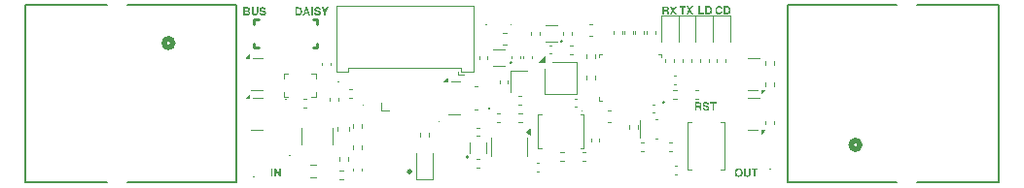
<source format=gbr>
%TF.GenerationSoftware,KiCad,Pcbnew,9.0.6*%
%TF.CreationDate,2025-12-28T22:26:22+01:00*%
%TF.ProjectId,VoxSense,566f7853-656e-4736-952e-6b696361645f,1.0*%
%TF.SameCoordinates,Original*%
%TF.FileFunction,Legend,Top*%
%TF.FilePolarity,Positive*%
%FSLAX46Y46*%
G04 Gerber Fmt 4.6, Leading zero omitted, Abs format (unit mm)*
G04 Created by KiCad (PCBNEW 9.0.6) date 2025-12-28 22:26:22*
%MOMM*%
%LPD*%
G01*
G04 APERTURE LIST*
%ADD10C,0.175000*%
%ADD11C,0.100000*%
%ADD12C,0.120000*%
%ADD13C,0.250000*%
%ADD14C,0.152400*%
%ADD15C,0.508000*%
%ADD16C,0.140357*%
%ADD17C,0.254000*%
G04 APERTURE END LIST*
D10*
G36*
X125773274Y-73578342D02*
G01*
X125810457Y-73584716D01*
X125837700Y-73593444D01*
X125874661Y-73614191D01*
X125905404Y-73642769D01*
X125925968Y-73671018D01*
X125941735Y-73702138D01*
X125951627Y-73736202D01*
X125955114Y-73776382D01*
X125952365Y-73809305D01*
X125944032Y-73842127D01*
X125929767Y-73875245D01*
X125909565Y-73904090D01*
X125882115Y-73926881D01*
X125846078Y-73943975D01*
X125876589Y-73959708D01*
X125899161Y-73978357D01*
X125915150Y-73999968D01*
X125925528Y-74025148D01*
X125932734Y-74060886D01*
X125935495Y-74110329D01*
X125935495Y-74157687D01*
X125936707Y-74202090D01*
X125939342Y-74223169D01*
X125949105Y-74247129D01*
X125966099Y-74263304D01*
X125966099Y-74281000D01*
X125804019Y-74281000D01*
X125794445Y-74243215D01*
X125788247Y-74182521D01*
X125787264Y-74117039D01*
X125783281Y-74072386D01*
X125774522Y-74044107D01*
X125762644Y-74027195D01*
X125745158Y-74015923D01*
X125717057Y-74007901D01*
X125673954Y-74004712D01*
X125521876Y-74004712D01*
X125521876Y-74281000D01*
X125377962Y-74281000D01*
X125377962Y-73887085D01*
X125521876Y-73887085D01*
X125688743Y-73887085D01*
X125735186Y-73883701D01*
X125763371Y-73875459D01*
X125782235Y-73863174D01*
X125795684Y-73846451D01*
X125804228Y-73824362D01*
X125807353Y-73795231D01*
X125804239Y-73763292D01*
X125795798Y-73739257D01*
X125782727Y-73721266D01*
X125764781Y-73708165D01*
X125737603Y-73699237D01*
X125693060Y-73695598D01*
X125521876Y-73695598D01*
X125521876Y-73887085D01*
X125377962Y-73887085D01*
X125377962Y-73575235D01*
X125723663Y-73575235D01*
X125773274Y-73578342D01*
G37*
G36*
X126188360Y-74062158D02*
G01*
X126194868Y-74092824D01*
X126203797Y-74115593D01*
X126214646Y-74132127D01*
X126233884Y-74149324D01*
X126259590Y-74162435D01*
X126293432Y-74171103D01*
X126337574Y-74174314D01*
X126387095Y-74171186D01*
X126422204Y-74163073D01*
X126450319Y-74149201D01*
X126468947Y-74131596D01*
X126480006Y-74109939D01*
X126483881Y-74082888D01*
X126480470Y-74061755D01*
X126470531Y-74044432D01*
X126453278Y-74029930D01*
X126417859Y-74013958D01*
X126357150Y-73997189D01*
X126282564Y-73980349D01*
X126208893Y-73960775D01*
X126160389Y-73942629D01*
X126130486Y-73926151D01*
X126099897Y-73898983D01*
X126077948Y-73865474D01*
X126064166Y-73824316D01*
X126059234Y-73773475D01*
X126063663Y-73727479D01*
X126076528Y-73686559D01*
X126097773Y-73649657D01*
X126128093Y-73616054D01*
X126163950Y-73590088D01*
X126208335Y-73570550D01*
X126263063Y-73557919D01*
X126330393Y-73553351D01*
X126385615Y-73557258D01*
X126435135Y-73568548D01*
X126479847Y-73586865D01*
X126520469Y-73612250D01*
X126548647Y-73637606D01*
X126570757Y-73666764D01*
X126587231Y-73700203D01*
X126598094Y-73738670D01*
X126602962Y-73783135D01*
X126461399Y-73783135D01*
X126456233Y-73753103D01*
X126445318Y-73728947D01*
X126428789Y-73709434D01*
X126405919Y-73693931D01*
X126368868Y-73681143D01*
X126320348Y-73676450D01*
X126282996Y-73679301D01*
X126253201Y-73687143D01*
X126229478Y-73699274D01*
X126210481Y-73716648D01*
X126199379Y-73737458D01*
X126195540Y-73762875D01*
X126199316Y-73785939D01*
X126210199Y-73804217D01*
X126229008Y-73818910D01*
X126256863Y-73830478D01*
X126320819Y-73848103D01*
X126442293Y-73877425D01*
X126494846Y-73892994D01*
X126534150Y-73910272D01*
X126562784Y-73928759D01*
X126589967Y-73955878D01*
X126609456Y-73988155D01*
X126621609Y-74026630D01*
X126625915Y-74072844D01*
X126621206Y-74119585D01*
X126607489Y-74161266D01*
X126584722Y-74198999D01*
X126552013Y-74233513D01*
X126513695Y-74260147D01*
X126467285Y-74280060D01*
X126411158Y-74292829D01*
X126343301Y-74297413D01*
X126273957Y-74292940D01*
X126215914Y-74280426D01*
X126167329Y-74260855D01*
X126126682Y-74234667D01*
X126098310Y-74207725D01*
X126076540Y-74177557D01*
X126060854Y-74143728D01*
X126051156Y-74105557D01*
X126047780Y-74062158D01*
X126188360Y-74062158D01*
G37*
G36*
X127246963Y-73575235D02*
G01*
X127246963Y-73701069D01*
X127036072Y-73701069D01*
X127036072Y-74281000D01*
X126887841Y-74281000D01*
X126887841Y-73701069D01*
X126676009Y-73701069D01*
X126676009Y-73575235D01*
X127246963Y-73575235D01*
G37*
G36*
X125674585Y-65175235D02*
G01*
X125821876Y-65175235D01*
X125821876Y-65757901D01*
X126170954Y-65757901D01*
X126170954Y-65881000D01*
X125674585Y-65881000D01*
X125674585Y-65175235D01*
G37*
G36*
X126639213Y-65179901D02*
G01*
X126685659Y-65190537D01*
X126731948Y-65211361D01*
X126771679Y-65240957D01*
X126805680Y-65280083D01*
X126827714Y-65316369D01*
X126844374Y-65354268D01*
X126855860Y-65394077D01*
X126866026Y-65454791D01*
X126869281Y-65510892D01*
X126865420Y-65581585D01*
X126854372Y-65644212D01*
X126836744Y-65699818D01*
X126812861Y-65749310D01*
X126784574Y-65790120D01*
X126752472Y-65822585D01*
X126716319Y-65847645D01*
X126675558Y-65865797D01*
X126629349Y-65877066D01*
X126576623Y-65881000D01*
X126272980Y-65881000D01*
X126272980Y-65760637D01*
X126415954Y-65760637D01*
X126551747Y-65760637D01*
X126591471Y-65756353D01*
X126624777Y-65744145D01*
X126653064Y-65724195D01*
X126677140Y-65695642D01*
X126697114Y-65656687D01*
X126709184Y-65618033D01*
X126716871Y-65573090D01*
X126719596Y-65520851D01*
X126715165Y-65448653D01*
X126703356Y-65394243D01*
X126685873Y-65353856D01*
X126666466Y-65329792D01*
X126639197Y-65311836D01*
X126601983Y-65300012D01*
X126551747Y-65295598D01*
X126415954Y-65295598D01*
X126415954Y-65760637D01*
X126272980Y-65760637D01*
X126272980Y-65175235D01*
X126576623Y-65175235D01*
X126639213Y-65179901D01*
G37*
G36*
X127143982Y-65532092D02*
G01*
X127148504Y-65457266D01*
X127161300Y-65392891D01*
X127181512Y-65337431D01*
X127208722Y-65289590D01*
X127242973Y-65248368D01*
X127279104Y-65217244D01*
X127318512Y-65193220D01*
X127361666Y-65175899D01*
X127409222Y-65165239D01*
X127461986Y-65161558D01*
X127522482Y-65165250D01*
X127574720Y-65175716D01*
X127619907Y-65192285D01*
X127659061Y-65214642D01*
X127692962Y-65242841D01*
X127722117Y-65277304D01*
X127748453Y-65322188D01*
X127764317Y-65365420D01*
X127770886Y-65407755D01*
X127623595Y-65407755D01*
X127606149Y-65360833D01*
X127586794Y-65330818D01*
X127565237Y-65311290D01*
X127538931Y-65296988D01*
X127506879Y-65287910D01*
X127467713Y-65284656D01*
X127429073Y-65288834D01*
X127395774Y-65300874D01*
X127366640Y-65320751D01*
X127340982Y-65349368D01*
X127321949Y-65382307D01*
X127307441Y-65422763D01*
X127298014Y-65472232D01*
X127294606Y-65532477D01*
X127298270Y-65592815D01*
X127308305Y-65641119D01*
X127323610Y-65679549D01*
X127343589Y-65709901D01*
X127370180Y-65736020D01*
X127399369Y-65754164D01*
X127431734Y-65765090D01*
X127468183Y-65768843D01*
X127506257Y-65765390D01*
X127537846Y-65755666D01*
X127564227Y-65740135D01*
X127586281Y-65718578D01*
X127605689Y-65687293D01*
X127623595Y-65637538D01*
X127769475Y-65637538D01*
X127755775Y-65693752D01*
X127734893Y-65743165D01*
X127706960Y-65786729D01*
X127671680Y-65825135D01*
X127630407Y-65856260D01*
X127583782Y-65878684D01*
X127530793Y-65892567D01*
X127470107Y-65897413D01*
X127409317Y-65893154D01*
X127356072Y-65880974D01*
X127309191Y-65861431D01*
X127267725Y-65834612D01*
X127231005Y-65800131D01*
X127200892Y-65760072D01*
X127176931Y-65714192D01*
X127159151Y-65661642D01*
X127147931Y-65601356D01*
X127143982Y-65532092D01*
G37*
G36*
X128247950Y-65179901D02*
G01*
X128294396Y-65190537D01*
X128340685Y-65211361D01*
X128380416Y-65240957D01*
X128414417Y-65280083D01*
X128436451Y-65316369D01*
X128453111Y-65354268D01*
X128464596Y-65394077D01*
X128474763Y-65454791D01*
X128478018Y-65510892D01*
X128474157Y-65581585D01*
X128463109Y-65644212D01*
X128445481Y-65699818D01*
X128421598Y-65749310D01*
X128393311Y-65790120D01*
X128361209Y-65822585D01*
X128325056Y-65847645D01*
X128284295Y-65865797D01*
X128238086Y-65877066D01*
X128185360Y-65881000D01*
X127881717Y-65881000D01*
X127881717Y-65760637D01*
X128024691Y-65760637D01*
X128160484Y-65760637D01*
X128200208Y-65756353D01*
X128233514Y-65744145D01*
X128261801Y-65724195D01*
X128285876Y-65695642D01*
X128305851Y-65656687D01*
X128317921Y-65618033D01*
X128325608Y-65573090D01*
X128328333Y-65520851D01*
X128323902Y-65448653D01*
X128312093Y-65394243D01*
X128294610Y-65353856D01*
X128275203Y-65329792D01*
X128247934Y-65311836D01*
X128210720Y-65300012D01*
X128160484Y-65295598D01*
X128024691Y-65295598D01*
X128024691Y-65760637D01*
X127881717Y-65760637D01*
X127881717Y-65175235D01*
X128185360Y-65175235D01*
X128247950Y-65179901D01*
G37*
G36*
X90940818Y-65279901D02*
G01*
X90987264Y-65290537D01*
X91033553Y-65311361D01*
X91073284Y-65340957D01*
X91107285Y-65380083D01*
X91129319Y-65416369D01*
X91145979Y-65454268D01*
X91157465Y-65494077D01*
X91167631Y-65554791D01*
X91170886Y-65610892D01*
X91167025Y-65681585D01*
X91155977Y-65744212D01*
X91138349Y-65799818D01*
X91114466Y-65849310D01*
X91086179Y-65890120D01*
X91054077Y-65922585D01*
X91017924Y-65947645D01*
X90977163Y-65965797D01*
X90930954Y-65977066D01*
X90878228Y-65981000D01*
X90574585Y-65981000D01*
X90574585Y-65860637D01*
X90717559Y-65860637D01*
X90853352Y-65860637D01*
X90893076Y-65856353D01*
X90926382Y-65844145D01*
X90954669Y-65824195D01*
X90978745Y-65795642D01*
X90998719Y-65756687D01*
X91010789Y-65718033D01*
X91018476Y-65673090D01*
X91021202Y-65620851D01*
X91016770Y-65548653D01*
X91004961Y-65494243D01*
X90987478Y-65453856D01*
X90968071Y-65429792D01*
X90940802Y-65411836D01*
X90903588Y-65400012D01*
X90853352Y-65395598D01*
X90717559Y-65395598D01*
X90717559Y-65860637D01*
X90574585Y-65860637D01*
X90574585Y-65275235D01*
X90878228Y-65275235D01*
X90940818Y-65279901D01*
G37*
G36*
X91899560Y-65981000D02*
G01*
X91739831Y-65981000D01*
X91694396Y-65833281D01*
X91434735Y-65833281D01*
X91385966Y-65981000D01*
X91232008Y-65981000D01*
X91327537Y-65712919D01*
X91474443Y-65712919D01*
X91653278Y-65712919D01*
X91565271Y-65436588D01*
X91474443Y-65712919D01*
X91327537Y-65712919D01*
X91483504Y-65275235D01*
X91649944Y-65275235D01*
X91899560Y-65981000D01*
G37*
G36*
X92123702Y-65981000D02*
G01*
X91977394Y-65981000D01*
X91977394Y-65275235D01*
X92123702Y-65275235D01*
X92123702Y-65981000D01*
G37*
G36*
X92367676Y-65762158D02*
G01*
X92374184Y-65792824D01*
X92383113Y-65815593D01*
X92393962Y-65832127D01*
X92413200Y-65849324D01*
X92438907Y-65862435D01*
X92472748Y-65871103D01*
X92516890Y-65874314D01*
X92566411Y-65871186D01*
X92601520Y-65863073D01*
X92629635Y-65849201D01*
X92648263Y-65831596D01*
X92659322Y-65809939D01*
X92663197Y-65782888D01*
X92659786Y-65761755D01*
X92649848Y-65744432D01*
X92632594Y-65729930D01*
X92597175Y-65713958D01*
X92536466Y-65697189D01*
X92461880Y-65680349D01*
X92388209Y-65660775D01*
X92339705Y-65642629D01*
X92309802Y-65626151D01*
X92279213Y-65598983D01*
X92257265Y-65565474D01*
X92243482Y-65524316D01*
X92238551Y-65473475D01*
X92242979Y-65427479D01*
X92255845Y-65386559D01*
X92277090Y-65349657D01*
X92307409Y-65316054D01*
X92343266Y-65290088D01*
X92387651Y-65270550D01*
X92442379Y-65257919D01*
X92509709Y-65253351D01*
X92564931Y-65257258D01*
X92614452Y-65268548D01*
X92659163Y-65286865D01*
X92699785Y-65312250D01*
X92727963Y-65337606D01*
X92750073Y-65366764D01*
X92766547Y-65400203D01*
X92777410Y-65438670D01*
X92782278Y-65483135D01*
X92640715Y-65483135D01*
X92635549Y-65453103D01*
X92624635Y-65428947D01*
X92608106Y-65409434D01*
X92585235Y-65393931D01*
X92548184Y-65381143D01*
X92499665Y-65376450D01*
X92462312Y-65379301D01*
X92432517Y-65387143D01*
X92408794Y-65399274D01*
X92389797Y-65416648D01*
X92378695Y-65437458D01*
X92374856Y-65462875D01*
X92378632Y-65485939D01*
X92389515Y-65504217D01*
X92408324Y-65518910D01*
X92436179Y-65530478D01*
X92500135Y-65548103D01*
X92621609Y-65577425D01*
X92674162Y-65592994D01*
X92713466Y-65610272D01*
X92742100Y-65628759D01*
X92769283Y-65655878D01*
X92788772Y-65688155D01*
X92800925Y-65726630D01*
X92805231Y-65772844D01*
X92800522Y-65819585D01*
X92786805Y-65861266D01*
X92764038Y-65898999D01*
X92731329Y-65933513D01*
X92693012Y-65960147D01*
X92646601Y-65980060D01*
X92590474Y-65992829D01*
X92522617Y-65997413D01*
X92453273Y-65992940D01*
X92395231Y-65980426D01*
X92346645Y-65960855D01*
X92305998Y-65934667D01*
X92277626Y-65907725D01*
X92255856Y-65877557D01*
X92240170Y-65843728D01*
X92230472Y-65805557D01*
X92227096Y-65762158D01*
X92367676Y-65762158D01*
G37*
G36*
X93316303Y-65275235D02*
G01*
X93483169Y-65275235D01*
X93247445Y-65715141D01*
X93247445Y-65981000D01*
X93100154Y-65981000D01*
X93100154Y-65715227D01*
X92856308Y-65275235D01*
X93029885Y-65275235D01*
X93176193Y-65582639D01*
X93316303Y-65275235D01*
G37*
G36*
X86472389Y-65279497D02*
G01*
X86515774Y-65289776D01*
X86551162Y-65305234D01*
X86579906Y-65325496D01*
X86602968Y-65350676D01*
X86620793Y-65382190D01*
X86631704Y-65417883D01*
X86635495Y-65458772D01*
X86631544Y-65500902D01*
X86620507Y-65535121D01*
X86602968Y-65563063D01*
X86581644Y-65583326D01*
X86549412Y-65603412D01*
X86583240Y-65619469D01*
X86610073Y-65640103D01*
X86630922Y-65665474D01*
X86645879Y-65694935D01*
X86655182Y-65728966D01*
X86658448Y-65768569D01*
X86654851Y-65809332D01*
X86644328Y-65846485D01*
X86626904Y-65880768D01*
X86604225Y-65911149D01*
X86576681Y-65936120D01*
X86540185Y-65957623D01*
X86496582Y-65971468D01*
X86449322Y-65978533D01*
X86396393Y-65981000D01*
X86076979Y-65981000D01*
X86076979Y-65860637D01*
X86217559Y-65860637D01*
X86390666Y-65860637D01*
X86434190Y-65857107D01*
X86462901Y-65848156D01*
X86482939Y-65834409D01*
X86497286Y-65815898D01*
X86506412Y-65791608D01*
X86509747Y-65759764D01*
X86506657Y-65733315D01*
X86498060Y-65712644D01*
X86484201Y-65696390D01*
X86464311Y-65683896D01*
X86436169Y-65675535D01*
X86393060Y-65671886D01*
X86217559Y-65671886D01*
X86217559Y-65860637D01*
X86076979Y-65860637D01*
X86076979Y-65554258D01*
X86217559Y-65554258D01*
X86390666Y-65554258D01*
X86421167Y-65552048D01*
X86445915Y-65545932D01*
X86465978Y-65536435D01*
X86481499Y-65522252D01*
X86491281Y-65501927D01*
X86494915Y-65473219D01*
X86490229Y-65442216D01*
X86477529Y-65420967D01*
X86456660Y-65406840D01*
X86421248Y-65398701D01*
X86372500Y-65395598D01*
X86217559Y-65395598D01*
X86217559Y-65554258D01*
X86076979Y-65554258D01*
X86076979Y-65275235D01*
X86419346Y-65275235D01*
X86472389Y-65279497D01*
G37*
G36*
X86781717Y-65275235D02*
G01*
X86931401Y-65275235D01*
X86931401Y-65708773D01*
X86933796Y-65757544D01*
X86939956Y-65791783D01*
X86948627Y-65814988D01*
X86964984Y-65839913D01*
X86988520Y-65858083D01*
X87020985Y-65869907D01*
X87065314Y-65874314D01*
X87109357Y-65869917D01*
X87141664Y-65858109D01*
X87165134Y-65839941D01*
X87181488Y-65814988D01*
X87190158Y-65791783D01*
X87196318Y-65757544D01*
X87198713Y-65708773D01*
X87198713Y-65275235D01*
X87348354Y-65275235D01*
X87348354Y-65707960D01*
X87343815Y-65782440D01*
X87331626Y-65839539D01*
X87313434Y-65882777D01*
X87289811Y-65916289D01*
X87260397Y-65943896D01*
X87224514Y-65966066D01*
X87181055Y-65982782D01*
X87128558Y-65993546D01*
X87065271Y-65997413D01*
X87002001Y-65993551D01*
X86949468Y-65982794D01*
X86905934Y-65966083D01*
X86869946Y-65943912D01*
X86840405Y-65916298D01*
X86816638Y-65882777D01*
X86798445Y-65839539D01*
X86786256Y-65782440D01*
X86781717Y-65707960D01*
X86781717Y-65275235D01*
G37*
G36*
X87595491Y-65762158D02*
G01*
X87602000Y-65792824D01*
X87610929Y-65815593D01*
X87621778Y-65832127D01*
X87641016Y-65849324D01*
X87666722Y-65862435D01*
X87700563Y-65871103D01*
X87744706Y-65874314D01*
X87794227Y-65871186D01*
X87829336Y-65863073D01*
X87857451Y-65849201D01*
X87876079Y-65831596D01*
X87887138Y-65809939D01*
X87891013Y-65782888D01*
X87887601Y-65761755D01*
X87877663Y-65744432D01*
X87860409Y-65729930D01*
X87824991Y-65713958D01*
X87764282Y-65697189D01*
X87689696Y-65680349D01*
X87616025Y-65660775D01*
X87567521Y-65642629D01*
X87537618Y-65626151D01*
X87507029Y-65598983D01*
X87485080Y-65565474D01*
X87471298Y-65524316D01*
X87466366Y-65473475D01*
X87470795Y-65427479D01*
X87483660Y-65386559D01*
X87504905Y-65349657D01*
X87535225Y-65316054D01*
X87571082Y-65290088D01*
X87615467Y-65270550D01*
X87670195Y-65257919D01*
X87737525Y-65253351D01*
X87792746Y-65257258D01*
X87842267Y-65268548D01*
X87886979Y-65286865D01*
X87927601Y-65312250D01*
X87955779Y-65337606D01*
X87977889Y-65366764D01*
X87994363Y-65400203D01*
X88005226Y-65438670D01*
X88010094Y-65483135D01*
X87868531Y-65483135D01*
X87863365Y-65453103D01*
X87852450Y-65428947D01*
X87835921Y-65409434D01*
X87813051Y-65393931D01*
X87776000Y-65381143D01*
X87727480Y-65376450D01*
X87690128Y-65379301D01*
X87660333Y-65387143D01*
X87636610Y-65399274D01*
X87617613Y-65416648D01*
X87606511Y-65437458D01*
X87602672Y-65462875D01*
X87606448Y-65485939D01*
X87617331Y-65504217D01*
X87636140Y-65518910D01*
X87663995Y-65530478D01*
X87727950Y-65548103D01*
X87849425Y-65577425D01*
X87901978Y-65592994D01*
X87941282Y-65610272D01*
X87969916Y-65628759D01*
X87997099Y-65655878D01*
X88016587Y-65688155D01*
X88028741Y-65726630D01*
X88033046Y-65772844D01*
X88028338Y-65819585D01*
X88014621Y-65861266D01*
X87991854Y-65898999D01*
X87959145Y-65933513D01*
X87920827Y-65960147D01*
X87874417Y-65980060D01*
X87818290Y-65992829D01*
X87750433Y-65997413D01*
X87681089Y-65992940D01*
X87623046Y-65980426D01*
X87574461Y-65960855D01*
X87533814Y-65934667D01*
X87505442Y-65907725D01*
X87483672Y-65877557D01*
X87467986Y-65843728D01*
X87458288Y-65805557D01*
X87454911Y-65762158D01*
X87595491Y-65762158D01*
G37*
G36*
X88609438Y-80081000D02*
G01*
X88463130Y-80081000D01*
X88463130Y-79375235D01*
X88609438Y-79375235D01*
X88609438Y-80081000D01*
G37*
G36*
X88744376Y-79375235D02*
G01*
X88898847Y-79375235D01*
X89179537Y-79864167D01*
X89179537Y-79375235D01*
X89316783Y-79375235D01*
X89316783Y-80081000D01*
X89169493Y-80081000D01*
X88881622Y-79579587D01*
X88881622Y-80081000D01*
X88744376Y-80081000D01*
X88744376Y-79375235D01*
G37*
G36*
X124586726Y-65175235D02*
G01*
X124586726Y-65301069D01*
X124375834Y-65301069D01*
X124375834Y-65881000D01*
X124227603Y-65881000D01*
X124227603Y-65301069D01*
X124015771Y-65301069D01*
X124015771Y-65175235D01*
X124586726Y-65175235D01*
G37*
G36*
X124785350Y-65881000D02*
G01*
X124614166Y-65881000D01*
X124840830Y-65521407D01*
X124625194Y-65175235D01*
X124801165Y-65175235D01*
X124926913Y-65404506D01*
X125055996Y-65175235D01*
X125226239Y-65175235D01*
X125010603Y-65515679D01*
X125239617Y-65881000D01*
X125060783Y-65881000D01*
X124926913Y-65640445D01*
X124785350Y-65881000D01*
G37*
G36*
X129247855Y-79357115D02*
G01*
X129300464Y-79367741D01*
X129345547Y-79384496D01*
X129384218Y-79407025D01*
X129417329Y-79435374D01*
X129454104Y-79475789D01*
X129483348Y-79523637D01*
X129505151Y-79580090D01*
X129519034Y-79646712D01*
X129523972Y-79725382D01*
X129519116Y-79802153D01*
X129505382Y-79868033D01*
X129483668Y-79924674D01*
X129454362Y-79973449D01*
X129417329Y-80015390D01*
X129384218Y-80043739D01*
X129345547Y-80066268D01*
X129300464Y-80083023D01*
X129247855Y-80093649D01*
X129186392Y-80097413D01*
X129124908Y-80093648D01*
X129072286Y-80083021D01*
X129027196Y-80066266D01*
X128988522Y-80043737D01*
X128955411Y-80015390D01*
X128918196Y-79973423D01*
X128888761Y-79924633D01*
X128866958Y-79867991D01*
X128853172Y-79802125D01*
X128848299Y-79725382D01*
X128994606Y-79725382D01*
X128998394Y-79785806D01*
X129008900Y-79835486D01*
X129025165Y-79876236D01*
X129046709Y-79909559D01*
X129075073Y-79937955D01*
X129107221Y-79957906D01*
X129143918Y-79970081D01*
X129186349Y-79974314D01*
X129228807Y-79970069D01*
X129265372Y-79957879D01*
X129297264Y-79937930D01*
X129325262Y-79909559D01*
X129346500Y-79876281D01*
X129362556Y-79835548D01*
X129372937Y-79785853D01*
X129376681Y-79725382D01*
X129372946Y-79665181D01*
X129362579Y-79615596D01*
X129346524Y-79574848D01*
X129325262Y-79541461D01*
X129297248Y-79512965D01*
X129265350Y-79492940D01*
X129228790Y-79480709D01*
X129186349Y-79476450D01*
X129143918Y-79480683D01*
X129107221Y-79492858D01*
X129075073Y-79512809D01*
X129046709Y-79541204D01*
X129025165Y-79574528D01*
X129008900Y-79615278D01*
X128998394Y-79664958D01*
X128994606Y-79725382D01*
X128848299Y-79725382D01*
X128853255Y-79646742D01*
X128867189Y-79580134D01*
X128889081Y-79523679D01*
X128918455Y-79475815D01*
X128955411Y-79435374D01*
X128988522Y-79407027D01*
X129027196Y-79384498D01*
X129072286Y-79367742D01*
X129124908Y-79357115D01*
X129186392Y-79353351D01*
X129247855Y-79357115D01*
G37*
G36*
X129636427Y-79375235D02*
G01*
X129786112Y-79375235D01*
X129786112Y-79808773D01*
X129788507Y-79857544D01*
X129794667Y-79891783D01*
X129803337Y-79914988D01*
X129819695Y-79939913D01*
X129843230Y-79958083D01*
X129875695Y-79969907D01*
X129920024Y-79974314D01*
X129964067Y-79969917D01*
X129996375Y-79958109D01*
X130019844Y-79939941D01*
X130036198Y-79914988D01*
X130044868Y-79891783D01*
X130051028Y-79857544D01*
X130053423Y-79808773D01*
X130053423Y-79375235D01*
X130203065Y-79375235D01*
X130203065Y-79807960D01*
X130198525Y-79882440D01*
X130186337Y-79939539D01*
X130168144Y-79982777D01*
X130144522Y-80016289D01*
X130115108Y-80043896D01*
X130079224Y-80066066D01*
X130035766Y-80082782D01*
X129983268Y-80093546D01*
X129919981Y-80097413D01*
X129856712Y-80093551D01*
X129804179Y-80082794D01*
X129760644Y-80066083D01*
X129724656Y-80043912D01*
X129695116Y-80016298D01*
X129671348Y-79982777D01*
X129653156Y-79939539D01*
X129640967Y-79882440D01*
X129636427Y-79807960D01*
X129636427Y-79375235D01*
G37*
G36*
X130855700Y-79375235D02*
G01*
X130855700Y-79501069D01*
X130644808Y-79501069D01*
X130644808Y-80081000D01*
X130496577Y-80081000D01*
X130496577Y-79501069D01*
X130284746Y-79501069D01*
X130284746Y-79375235D01*
X130855700Y-79375235D01*
G37*
G36*
X122933274Y-65205842D02*
G01*
X122970457Y-65212216D01*
X122997700Y-65220944D01*
X123034661Y-65241691D01*
X123065404Y-65270269D01*
X123085968Y-65298518D01*
X123101735Y-65329638D01*
X123111627Y-65363702D01*
X123115114Y-65403882D01*
X123112365Y-65436805D01*
X123104032Y-65469627D01*
X123089767Y-65502745D01*
X123069565Y-65531590D01*
X123042115Y-65554381D01*
X123006078Y-65571475D01*
X123036589Y-65587208D01*
X123059161Y-65605857D01*
X123075150Y-65627468D01*
X123085528Y-65652648D01*
X123092734Y-65688386D01*
X123095495Y-65737829D01*
X123095495Y-65785187D01*
X123096707Y-65829590D01*
X123099342Y-65850669D01*
X123109105Y-65874629D01*
X123126099Y-65890804D01*
X123126099Y-65908500D01*
X122964019Y-65908500D01*
X122954445Y-65870715D01*
X122948247Y-65810021D01*
X122947264Y-65744539D01*
X122943281Y-65699886D01*
X122934522Y-65671607D01*
X122922644Y-65654695D01*
X122905158Y-65643423D01*
X122877057Y-65635401D01*
X122833954Y-65632212D01*
X122681876Y-65632212D01*
X122681876Y-65908500D01*
X122537962Y-65908500D01*
X122537962Y-65514585D01*
X122681876Y-65514585D01*
X122848743Y-65514585D01*
X122895186Y-65511201D01*
X122923371Y-65502959D01*
X122942235Y-65490674D01*
X122955684Y-65473951D01*
X122964228Y-65451862D01*
X122967353Y-65422731D01*
X122964239Y-65390792D01*
X122955798Y-65366757D01*
X122942727Y-65348766D01*
X122924781Y-65335665D01*
X122897603Y-65326737D01*
X122853060Y-65323098D01*
X122681876Y-65323098D01*
X122681876Y-65514585D01*
X122537962Y-65514585D01*
X122537962Y-65202735D01*
X122883663Y-65202735D01*
X122933274Y-65205842D01*
G37*
G36*
X123354087Y-65908500D02*
G01*
X123182903Y-65908500D01*
X123409567Y-65548907D01*
X123193931Y-65202735D01*
X123369902Y-65202735D01*
X123495650Y-65432006D01*
X123624733Y-65202735D01*
X123794976Y-65202735D01*
X123579340Y-65543179D01*
X123808354Y-65908500D01*
X123629520Y-65908500D01*
X123495650Y-65667945D01*
X123354087Y-65908500D01*
G37*
D11*
%TO.C,U305*%
X115700000Y-74600000D02*
X115700000Y-77600000D01*
X115400000Y-74600000D02*
X115700000Y-74600000D01*
X111700000Y-74600000D02*
X112000000Y-74600000D01*
X111700000Y-74600000D02*
X111700000Y-77600000D01*
X115700000Y-77600000D02*
X115400000Y-77600000D01*
X111700000Y-77600000D02*
X112000000Y-77600000D01*
X115600000Y-74300000D02*
G75*
G02*
X115500000Y-74300000I-50000J0D01*
G01*
X115500000Y-74300000D02*
G75*
G02*
X115600000Y-74300000I50000J0D01*
G01*
D12*
%TO.C,U401*%
X117010000Y-69390000D02*
X117010000Y-69650000D01*
X117010000Y-69390000D02*
X117270000Y-69390000D01*
X117010000Y-73410000D02*
X117010000Y-73150000D01*
X117010000Y-73410000D02*
X117270000Y-73410000D01*
X122430000Y-69390000D02*
X122170000Y-69390000D01*
X122430000Y-69390000D02*
X122430000Y-69650000D01*
D11*
X122720000Y-73600000D02*
G75*
G02*
X122520000Y-73600000I-100000J0D01*
G01*
X122520000Y-73600000D02*
G75*
G02*
X122720000Y-73600000I100000J0D01*
G01*
D12*
%TO.C,U504*%
X130007101Y-76010000D02*
X130797101Y-76010000D01*
X130007101Y-73190000D02*
X131007101Y-73190000D01*
X131127101Y-76290000D02*
X131127101Y-76010000D01*
X131407101Y-76010000D01*
X131127101Y-76290000D01*
G36*
X131127101Y-76290000D02*
G01*
X131127101Y-76010000D01*
X131407101Y-76010000D01*
X131127101Y-76290000D01*
G37*
%TO.C,U503*%
X130007101Y-72510000D02*
X130797101Y-72510000D01*
X130007101Y-69690000D02*
X131007101Y-69690000D01*
X131127101Y-72790000D02*
X131127101Y-72510000D01*
X131407101Y-72510000D01*
X131127101Y-72790000D01*
G36*
X131127101Y-72790000D02*
G01*
X131127101Y-72510000D01*
X131407101Y-72510000D01*
X131127101Y-72790000D01*
G37*
%TO.C,U502*%
X87695000Y-69690000D02*
X86905000Y-69690000D01*
X87695000Y-72510000D02*
X86695000Y-72510000D01*
X86575000Y-69690000D02*
X86295000Y-69690000D01*
X86575000Y-69410000D01*
X86575000Y-69690000D01*
G36*
X86575000Y-69690000D02*
G01*
X86295000Y-69690000D01*
X86575000Y-69410000D01*
X86575000Y-69690000D01*
G37*
%TO.C,U302*%
X104910000Y-71777000D02*
X104120000Y-71777000D01*
X104910000Y-74597000D02*
X103910000Y-74597000D01*
X103790000Y-71777000D02*
X103510000Y-71777000D01*
X103790000Y-71497000D01*
X103790000Y-71777000D01*
G36*
X103790000Y-71777000D02*
G01*
X103510000Y-71777000D01*
X103790000Y-71497000D01*
X103790000Y-71777000D01*
G37*
%TO.C,U501*%
X87695000Y-73190000D02*
X86905000Y-73190000D01*
X87695000Y-76010000D02*
X86695000Y-76010000D01*
X86575000Y-73190000D02*
X86295000Y-73190000D01*
X86575000Y-72910000D01*
X86575000Y-73190000D01*
G36*
X86575000Y-73190000D02*
G01*
X86295000Y-73190000D01*
X86575000Y-72910000D01*
X86575000Y-73190000D01*
G37*
%TO.C,SW301*%
X124770000Y-75340000D02*
X125070000Y-75340000D01*
X124770000Y-79480000D02*
X124770000Y-75340000D01*
X125070000Y-79480000D02*
X124770000Y-79480000D01*
X127610000Y-75340000D02*
X127910000Y-75340000D01*
X127910000Y-75340000D02*
X127910000Y-79480000D01*
X127910000Y-79480000D02*
X127610000Y-79480000D01*
%TO.C,Y401*%
X120610000Y-75150000D02*
X120610000Y-76650000D01*
X121930000Y-75040000D02*
X122110000Y-75040000D01*
X121930000Y-76760000D02*
X122110000Y-76760000D01*
%TO.C,Y301*%
X109330000Y-70810000D02*
X109330000Y-72660000D01*
X110780000Y-70810000D02*
X109330000Y-70810000D01*
D13*
%TO.C,U101*%
X100650000Y-79650000D02*
G75*
G02*
X100400000Y-79650000I-125000J0D01*
G01*
X100400000Y-79650000D02*
G75*
G02*
X100650000Y-79650000I125000J0D01*
G01*
D11*
%TO.C,U505*%
X89550000Y-73100000D02*
X89550000Y-72700000D01*
X89950000Y-73100000D02*
X89550000Y-73100000D01*
X92350000Y-73100000D02*
X91950000Y-73100000D01*
X92350000Y-72700000D02*
X92350000Y-73100000D01*
X89550000Y-71500000D02*
X89550000Y-71100000D01*
X89550000Y-71100000D02*
X89950000Y-71100000D01*
X91950000Y-71100000D02*
X92350000Y-71100000D01*
X92350000Y-71100000D02*
X92350000Y-71500000D01*
X89800000Y-73300000D02*
G75*
G02*
X89700000Y-73300000I-50000J0D01*
G01*
X89700000Y-73300000D02*
G75*
G02*
X89800000Y-73300000I50000J0D01*
G01*
D12*
%TO.C,U204*%
X107600000Y-77477500D02*
X107600000Y-76677500D01*
X107600000Y-77477500D02*
X107600000Y-78277500D01*
X110720000Y-77477500D02*
X110720000Y-76677500D01*
X110720000Y-77477500D02*
X110720000Y-78277500D01*
X111000000Y-76417500D02*
X110670000Y-76177500D01*
X111000000Y-75937500D01*
X111000000Y-76417500D01*
G36*
X111000000Y-76417500D02*
G01*
X110670000Y-76177500D01*
X111000000Y-75937500D01*
X111000000Y-76417500D01*
G37*
%TO.C,C501*%
X91503909Y-73310000D02*
X91288237Y-73310000D01*
X91503909Y-74030000D02*
X91288237Y-74030000D01*
%TO.C,C207*%
X108365336Y-74567500D02*
X108149664Y-74567500D01*
X108365336Y-75287500D02*
X108149664Y-75287500D01*
D11*
%TO.C,D302*%
X96541073Y-73800000D02*
G75*
G02*
X96441073Y-73800000I-50000J0D01*
G01*
X96441073Y-73800000D02*
G75*
G02*
X96541073Y-73800000I50000J0D01*
G01*
D12*
%TO.C,U301*%
X112315000Y-72815000D02*
X112315000Y-70667500D01*
X112957500Y-70025000D02*
X115105000Y-70025000D01*
X115105000Y-70025000D02*
X115105000Y-72815000D01*
X115105000Y-72815000D02*
X112315000Y-72815000D01*
X112315000Y-70025000D02*
X111815000Y-70025000D01*
X112315000Y-69525000D01*
X112315000Y-70025000D01*
G36*
X112315000Y-70025000D02*
G01*
X111815000Y-70025000D01*
X112315000Y-69525000D01*
X112315000Y-70025000D01*
G37*
%TO.C,C401*%
X121672164Y-73760000D02*
X121887836Y-73760000D01*
X121672164Y-74480000D02*
X121887836Y-74480000D01*
%TO.C,C402*%
X123512164Y-71290000D02*
X123727836Y-71290000D01*
X123512164Y-72010000D02*
X123727836Y-72010000D01*
D14*
%TO.C,J501*%
X67067900Y-65107900D02*
X67067900Y-80601900D01*
X67067900Y-80601900D02*
X74210216Y-80601900D01*
X74210216Y-65107900D02*
X67067900Y-65107900D01*
X75959986Y-80601900D02*
X85432101Y-80601900D01*
X85432101Y-65107900D02*
X75959986Y-65107900D01*
X85432101Y-80601900D02*
X85432101Y-65107900D01*
D15*
X79916101Y-68409900D02*
G75*
G02*
X79154101Y-68409900I-381000J0D01*
G01*
X79154101Y-68409900D02*
G75*
G02*
X79916101Y-68409900I381000J0D01*
G01*
D12*
%TO.C,D306*%
X122455000Y-66022500D02*
X122455000Y-68307500D01*
X123925000Y-66022500D02*
X122455000Y-66022500D01*
X123925000Y-68307500D02*
X123925000Y-66022500D01*
%TO.C,U202*%
X113345000Y-66835000D02*
X112345000Y-66835000D01*
X113345000Y-68315000D02*
X112345000Y-68315000D01*
D16*
X113815178Y-68275000D02*
G75*
G02*
X113674822Y-68275000I-70178J0D01*
G01*
X113674822Y-68275000D02*
G75*
G02*
X113815178Y-68275000I70178J0D01*
G01*
D12*
%TO.C,C208*%
X111592164Y-78900000D02*
X111807836Y-78900000D01*
X111592164Y-79620000D02*
X111807836Y-79620000D01*
D11*
%TO.C,D502*%
X131960000Y-79425000D02*
G75*
G02*
X131860000Y-79425000I-50000J0D01*
G01*
X131860000Y-79425000D02*
G75*
G02*
X131960000Y-79425000I50000J0D01*
G01*
D12*
%TO.C,D308*%
X126945000Y-66022500D02*
X126945000Y-68307500D01*
X128415000Y-66022500D02*
X126945000Y-66022500D01*
X128415000Y-68307500D02*
X128415000Y-66022500D01*
%TO.C,R101*%
X92382258Y-79077500D02*
X91907742Y-79077500D01*
X92382258Y-80122500D02*
X91907742Y-80122500D01*
%TO.C,R403*%
X121180000Y-67336359D02*
X121180000Y-67643641D01*
X121940000Y-67336359D02*
X121940000Y-67643641D01*
%TO.C,R201*%
X110293641Y-74550000D02*
X109986359Y-74550000D01*
X110293641Y-75310000D02*
X109986359Y-75310000D01*
%TO.C,R502*%
X131520000Y-71866359D02*
X131520000Y-72173641D01*
X132280000Y-71866359D02*
X132280000Y-72173641D01*
%TO.C,C301*%
X95297164Y-72440000D02*
X95512836Y-72440000D01*
X95297164Y-73160000D02*
X95512836Y-73160000D01*
%TO.C,R303*%
X127300000Y-70083641D02*
X127300000Y-69776359D01*
X128060000Y-70083641D02*
X128060000Y-69776359D01*
%TO.C,R407*%
X120180000Y-67336359D02*
X120180000Y-67643641D01*
X120940000Y-67336359D02*
X120940000Y-67643641D01*
%TO.C,R501*%
X93540000Y-73473641D02*
X93540000Y-73166359D01*
X94300000Y-73473641D02*
X94300000Y-73166359D01*
%TO.C,C201*%
X106600000Y-69567164D02*
X106600000Y-69782836D01*
X107320000Y-69567164D02*
X107320000Y-69782836D01*
%TO.C,R401*%
X115890000Y-71266359D02*
X115890000Y-71573641D01*
X116650000Y-71266359D02*
X116650000Y-71573641D01*
%TO.C,C213*%
X116159420Y-66790000D02*
X116440580Y-66790000D01*
X116159420Y-67810000D02*
X116440580Y-67810000D01*
%TO.C,C304*%
X123837836Y-79150000D02*
X123622164Y-79150000D01*
X123837836Y-79870000D02*
X123622164Y-79870000D01*
%TO.C,U201*%
X108830000Y-68935000D02*
X107830000Y-68935000D01*
X108830000Y-70415000D02*
X107830000Y-70415000D01*
D16*
X109400178Y-70125000D02*
G75*
G02*
X109259822Y-70125000I-70178J0D01*
G01*
X109259822Y-70125000D02*
G75*
G02*
X109400178Y-70125000I70178J0D01*
G01*
D12*
%TO.C,C216*%
X112887836Y-68620000D02*
X112672164Y-68620000D01*
X112887836Y-69340000D02*
X112672164Y-69340000D01*
D11*
%TO.C,R301*%
X106215000Y-72187000D02*
X106415000Y-72187000D01*
X106215000Y-74187000D02*
X106415000Y-74187000D01*
X107415000Y-74044000D02*
X107415000Y-74044000D01*
X107415000Y-74144000D02*
X107415000Y-74144000D01*
X107415000Y-74044000D02*
G75*
G02*
X107415000Y-74144000I0J-50000D01*
G01*
X107415000Y-74144000D02*
G75*
G02*
X107415000Y-74044000I0J50000D01*
G01*
D12*
%TO.C,C303*%
X108370000Y-71702164D02*
X108370000Y-71917836D01*
X109090000Y-71702164D02*
X109090000Y-71917836D01*
%TO.C,C210*%
X110440000Y-69757836D02*
X110440000Y-69542164D01*
X111160000Y-69757836D02*
X111160000Y-69542164D01*
%TO.C,R408*%
X119670000Y-75576359D02*
X119670000Y-75883641D01*
X120430000Y-75576359D02*
X120430000Y-75883641D01*
%TO.C,R104*%
X94400000Y-78668641D02*
X94400000Y-78361359D01*
X95160000Y-78668641D02*
X95160000Y-78361359D01*
D11*
%TO.C,D103*%
X103150000Y-75310000D02*
G75*
G02*
X103050000Y-75310000I-50000J0D01*
G01*
X103050000Y-75310000D02*
G75*
G02*
X103150000Y-75310000I50000J0D01*
G01*
D12*
%TO.C,C209*%
X108940580Y-67490000D02*
X108659420Y-67490000D01*
X108940580Y-68510000D02*
X108659420Y-68510000D01*
%TO.C,C404*%
X123132164Y-77100000D02*
X123347836Y-77100000D01*
X123132164Y-77820000D02*
X123347836Y-77820000D01*
%TO.C,R302*%
X110273641Y-73030000D02*
X109966359Y-73030000D01*
X110273641Y-73790000D02*
X109966359Y-73790000D01*
D11*
%TO.C,D501*%
X87036073Y-80090000D02*
G75*
G02*
X86936073Y-80090000I-50000J0D01*
G01*
X86936073Y-80090000D02*
G75*
G02*
X87036073Y-80090000I50000J0D01*
G01*
D12*
%TO.C,J302*%
X94126073Y-65190000D02*
X100111073Y-65190000D01*
X94126073Y-70910000D02*
X94126073Y-65190000D01*
X95196073Y-70610000D02*
X95196073Y-70910000D01*
X95196073Y-70910000D02*
X94126073Y-70910000D01*
X100111073Y-70610000D02*
X95196073Y-70610000D01*
X100111073Y-70610000D02*
X105026073Y-70610000D01*
X104736073Y-70900000D02*
X104736073Y-71200000D01*
X104736073Y-71200000D02*
X105236073Y-71200000D01*
X105026073Y-70610000D02*
X105026073Y-70910000D01*
X105026073Y-70910000D02*
X106096073Y-70910000D01*
X106096073Y-65190000D02*
X100111073Y-65190000D01*
X106096073Y-70910000D02*
X106096073Y-65190000D01*
%TO.C,R308*%
X124300000Y-70083641D02*
X124300000Y-69776359D01*
X125060000Y-70083641D02*
X125060000Y-69776359D01*
%TO.C,C405*%
X120897836Y-77100000D02*
X120682164Y-77100000D01*
X120897836Y-77820000D02*
X120682164Y-77820000D01*
%TO.C,J301*%
X98081073Y-74285000D02*
X98081073Y-73650000D01*
X98716073Y-74285000D02*
X98081073Y-74285000D01*
%TO.C,C103*%
X95620000Y-79582836D02*
X95620000Y-79367164D01*
X96340000Y-79582836D02*
X96340000Y-79367164D01*
%TO.C,R305*%
X115873641Y-77920000D02*
X115566359Y-77920000D01*
X115873641Y-78680000D02*
X115566359Y-78680000D01*
%TO.C,R103*%
X95610000Y-77653641D02*
X95610000Y-77346359D01*
X96370000Y-77653641D02*
X96370000Y-77346359D01*
%TO.C,R105*%
X101420000Y-76583641D02*
X101420000Y-76276359D01*
X102180000Y-76583641D02*
X102180000Y-76276359D01*
%TO.C,R404*%
X119230000Y-67326359D02*
X119230000Y-67633641D01*
X119990000Y-67326359D02*
X119990000Y-67633641D01*
%TO.C,U203*%
X105725000Y-78050000D02*
X105725000Y-77050000D01*
X107205000Y-78050000D02*
X107205000Y-77050000D01*
D16*
X105635178Y-78350000D02*
G75*
G02*
X105494822Y-78350000I-70178J0D01*
G01*
X105494822Y-78350000D02*
G75*
G02*
X105635178Y-78350000I70178J0D01*
G01*
D12*
%TO.C,C204*%
X113915000Y-67682836D02*
X113915000Y-67467164D01*
X114635000Y-67682836D02*
X114635000Y-67467164D01*
%TO.C,C206*%
X106352164Y-78560000D02*
X106567836Y-78560000D01*
X106352164Y-79280000D02*
X106567836Y-79280000D01*
D14*
%TO.C,J502*%
X133450000Y-65107900D02*
X133450000Y-80601900D01*
X133450000Y-80601900D02*
X142922115Y-80601900D01*
X142922115Y-65107900D02*
X133450000Y-65107900D01*
X144671885Y-80601900D02*
X151814201Y-80601900D01*
X151814201Y-65107900D02*
X144671885Y-65107900D01*
X151814201Y-80601900D02*
X151814201Y-65107900D01*
D15*
X139728000Y-77299900D02*
G75*
G02*
X138966000Y-77299900I-381000J0D01*
G01*
X138966000Y-77299900D02*
G75*
G02*
X139728000Y-77299900I381000J0D01*
G01*
D12*
%TO.C,C403*%
X125432164Y-72520000D02*
X125647836Y-72520000D01*
X125432164Y-73240000D02*
X125647836Y-73240000D01*
%TO.C,D305*%
X125445000Y-66022500D02*
X125445000Y-68307500D01*
X126915000Y-66022500D02*
X125445000Y-66022500D01*
X126915000Y-68307500D02*
X126915000Y-66022500D01*
%TO.C,C101*%
X91100000Y-75858748D02*
X91100000Y-77281252D01*
X93820000Y-75858748D02*
X93820000Y-77281252D01*
D11*
%TO.C,D303*%
X109400000Y-66835000D02*
G75*
G02*
X109300000Y-66835000I-50000J0D01*
G01*
X109300000Y-66835000D02*
G75*
G02*
X109400000Y-66835000I50000J0D01*
G01*
D12*
%TO.C,C214*%
X114492164Y-68630000D02*
X114707836Y-68630000D01*
X114492164Y-69350000D02*
X114707836Y-69350000D01*
D17*
%TO.C,SW501*%
X87000000Y-66321000D02*
X87000000Y-66721000D01*
X87000000Y-68821000D02*
X87000000Y-68421000D01*
X87000000Y-68821000D02*
X87400000Y-68821000D01*
X87400000Y-66321000D02*
X87000000Y-66321000D01*
X92500000Y-66321000D02*
X92100000Y-66321000D01*
X92500000Y-66321000D02*
X92500000Y-66721000D01*
X92500000Y-68821000D02*
X92100000Y-68821000D01*
X92500000Y-68821000D02*
X92500000Y-68421000D01*
D12*
%TO.C,C203*%
X111115000Y-67682836D02*
X111115000Y-67467164D01*
X111835000Y-67682836D02*
X111835000Y-67467164D01*
%TO.C,C205*%
X106362164Y-75810000D02*
X106577836Y-75810000D01*
X106362164Y-76530000D02*
X106577836Y-76530000D01*
D11*
%TO.C,D301*%
X94360000Y-71797500D02*
G75*
G02*
X94260000Y-71797500I-50000J0D01*
G01*
X94260000Y-71797500D02*
G75*
G02*
X94360000Y-71797500I50000J0D01*
G01*
D12*
%TO.C,R402*%
X115890000Y-69396359D02*
X115890000Y-69703641D01*
X116650000Y-69396359D02*
X116650000Y-69703641D01*
%TO.C,R106*%
X94406359Y-79535000D02*
X94713641Y-79535000D01*
X94406359Y-80295000D02*
X94713641Y-80295000D01*
%TO.C,R307*%
X122800000Y-70083641D02*
X122800000Y-69776359D01*
X123560000Y-70083641D02*
X123560000Y-69776359D01*
%TO.C,R405*%
X123476359Y-72520000D02*
X123783641Y-72520000D01*
X123476359Y-73280000D02*
X123783641Y-73280000D01*
%TO.C,C502*%
X92910000Y-70132164D02*
X92910000Y-70347836D01*
X93630000Y-70132164D02*
X93630000Y-70347836D01*
%TO.C,R503*%
X131520000Y-70006359D02*
X131520000Y-70313641D01*
X132280000Y-70006359D02*
X132280000Y-70313641D01*
D11*
%TO.C,D102*%
X90150000Y-78210000D02*
G75*
G02*
X90050000Y-78210000I-50000J0D01*
G01*
X90050000Y-78210000D02*
G75*
G02*
X90150000Y-78210000I50000J0D01*
G01*
D12*
%TO.C,C302*%
X116340000Y-77007836D02*
X116340000Y-76792164D01*
X117060000Y-77007836D02*
X117060000Y-76792164D01*
%TO.C,C217*%
X114902164Y-73280000D02*
X115117836Y-73280000D01*
X114902164Y-74000000D02*
X115117836Y-74000000D01*
%TO.C,C202*%
X109440000Y-69757836D02*
X109440000Y-69542164D01*
X110160000Y-69757836D02*
X110160000Y-69542164D01*
%TO.C,D101*%
X101065000Y-78042500D02*
X101065000Y-80327500D01*
X101065000Y-80327500D02*
X102535000Y-80327500D01*
X102535000Y-80327500D02*
X102535000Y-78042500D01*
D11*
%TO.C,D304*%
X107250000Y-66835000D02*
G75*
G02*
X107150000Y-66835000I-50000J0D01*
G01*
X107150000Y-66835000D02*
G75*
G02*
X107250000Y-66835000I50000J0D01*
G01*
D12*
%TO.C,C215*%
X117759420Y-74290000D02*
X118040580Y-74290000D01*
X117759420Y-75310000D02*
X118040580Y-75310000D01*
%TO.C,C102*%
X94276073Y-75759420D02*
X94276073Y-76040580D01*
X95296073Y-75759420D02*
X95296073Y-76040580D01*
%TO.C,R102*%
X95606073Y-75793641D02*
X95606073Y-75486359D01*
X96366073Y-75793641D02*
X96366073Y-75486359D01*
%TO.C,R504*%
X131520000Y-75196359D02*
X131520000Y-75503641D01*
X132280000Y-75196359D02*
X132280000Y-75503641D01*
%TO.C,R406*%
X118280000Y-67336359D02*
X118280000Y-67643641D01*
X119040000Y-67336359D02*
X119040000Y-67643641D01*
%TO.C,R304*%
X113963641Y-77920000D02*
X113656359Y-77920000D01*
X113963641Y-78680000D02*
X113656359Y-78680000D01*
%TO.C,D307*%
X123955000Y-66022500D02*
X123955000Y-68307500D01*
X125425000Y-66022500D02*
X123955000Y-66022500D01*
X125425000Y-68307500D02*
X125425000Y-66022500D01*
%TO.C,R306*%
X125800000Y-70083641D02*
X125800000Y-69776359D01*
X126560000Y-70083641D02*
X126560000Y-69776359D01*
%TD*%
M02*

</source>
